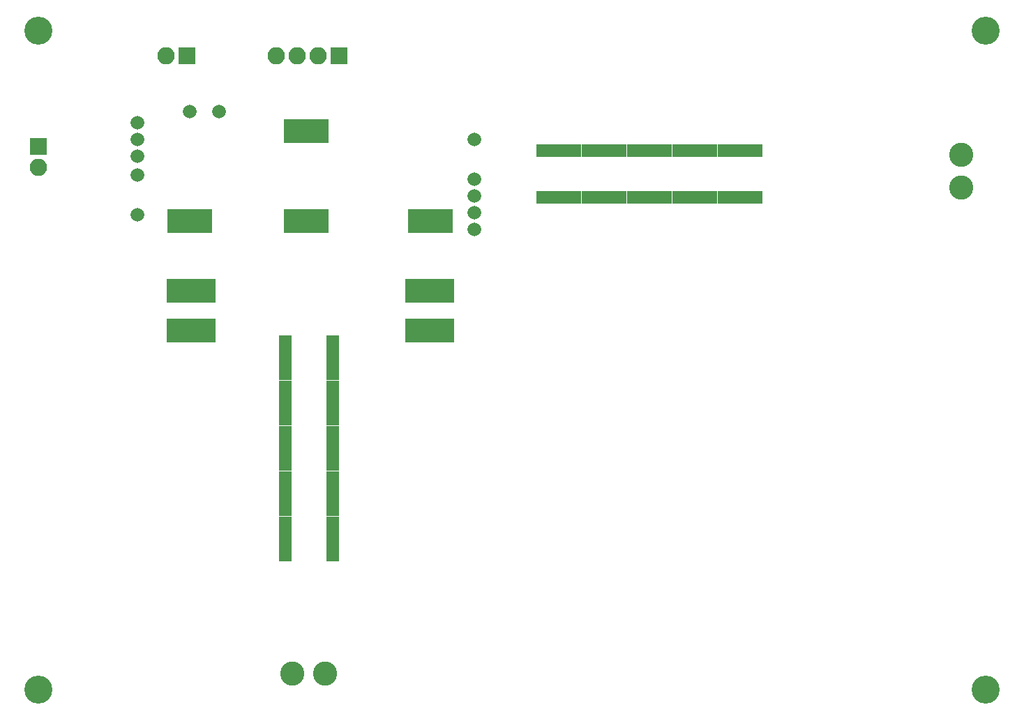
<source format=gbr>
G04 #@! TF.GenerationSoftware,KiCad,Pcbnew,(5.0.0)*
G04 #@! TF.CreationDate,2019-07-23T14:55:15-07:00*
G04 #@! TF.ProjectId,Test Project,546573742050726F6A6563742E6B6963,rev?*
G04 #@! TF.SameCoordinates,Original*
G04 #@! TF.FileFunction,Soldermask,Top*
G04 #@! TF.FilePolarity,Negative*
%FSLAX46Y46*%
G04 Gerber Fmt 4.6, Leading zero omitted, Abs format (unit mm)*
G04 Created by KiCad (PCBNEW (5.0.0)) date 07/23/19 14:55:15*
%MOMM*%
%LPD*%
G01*
G04 APERTURE LIST*
%ADD10C,3.400000*%
%ADD11O,2.100000X2.100000*%
%ADD12R,2.100000X2.100000*%
%ADD13R,5.400000X1.650000*%
%ADD14R,1.650000X5.400000*%
%ADD15R,5.911800X2.940000*%
%ADD16C,2.940000*%
%ADD17R,5.480000X2.940000*%
%ADD18C,1.670000*%
G04 APERTURE END LIST*
D10*
G04 #@! TO.C,REF\002A\002A*
X5000000Y5000000D03*
G04 #@! TD*
G04 #@! TO.C,REF\002A\002A*
X120000000Y5000000D03*
G04 #@! TD*
G04 #@! TO.C,REF\002A\002A*
X120000000Y85000000D03*
G04 #@! TD*
D11*
G04 #@! TO.C,J5*
X20460000Y82000000D03*
D12*
X23000000Y82000000D03*
G04 #@! TD*
G04 #@! TO.C,J3*
X5000000Y71000000D03*
D11*
X5000000Y68460000D03*
G04 #@! TD*
D13*
G04 #@! TO.C,C5*
X90195000Y70505000D03*
X90195000Y64805000D03*
G04 #@! TD*
G04 #@! TO.C,C1*
X73695000Y64805000D03*
X73695000Y70505000D03*
G04 #@! TD*
G04 #@! TO.C,C3*
X84695000Y70505000D03*
X84695000Y64805000D03*
G04 #@! TD*
G04 #@! TO.C,C4*
X68195000Y64805000D03*
X68195000Y70505000D03*
G04 #@! TD*
D14*
G04 #@! TO.C,C6*
X40705000Y39805000D03*
X35005000Y39805000D03*
G04 #@! TD*
G04 #@! TO.C,C7*
X35005000Y28805000D03*
X40705000Y28805000D03*
G04 #@! TD*
G04 #@! TO.C,C9*
X40705000Y23305000D03*
X35005000Y23305000D03*
G04 #@! TD*
G04 #@! TO.C,C10*
X35005000Y34305000D03*
X40705000Y34305000D03*
G04 #@! TD*
D13*
G04 #@! TO.C,C2*
X79195000Y70505000D03*
X79195000Y64805000D03*
G04 #@! TD*
D14*
G04 #@! TO.C,C8*
X35005000Y45305000D03*
X40705000Y45305000D03*
G04 #@! TD*
D15*
G04 #@! TO.C,L1*
X23500000Y53413000D03*
X23500000Y48587000D03*
G04 #@! TD*
G04 #@! TO.C,L2*
X52500000Y53413000D03*
X52500000Y48587000D03*
G04 #@! TD*
D12*
G04 #@! TO.C,J2*
X41500000Y82000000D03*
D11*
X38960000Y82000000D03*
X36420000Y82000000D03*
X33880000Y82000000D03*
G04 #@! TD*
D16*
G04 #@! TO.C,J4*
X117000000Y66018800D03*
X117000000Y69981200D03*
G04 #@! TD*
G04 #@! TO.C,J1*
X35855800Y6985000D03*
X39818200Y6985000D03*
G04 #@! TD*
D17*
G04 #@! TO.C,U1*
X37487300Y72849900D03*
X52613000Y61912000D03*
X37487300Y61912000D03*
X23403000Y61912000D03*
D18*
X57947000Y60896000D03*
X57947000Y62928000D03*
X57947000Y64960000D03*
X57947000Y66992000D03*
X57947000Y71818000D03*
X26959000Y75247000D03*
X23403000Y75247000D03*
X17053000Y62674000D03*
X17053000Y67484000D03*
X17053000Y69786000D03*
X17053000Y71818000D03*
X17053000Y73850000D03*
G04 #@! TD*
D10*
G04 #@! TO.C,REF\002A\002A*
X5000000Y85000000D03*
G04 #@! TD*
M02*

</source>
